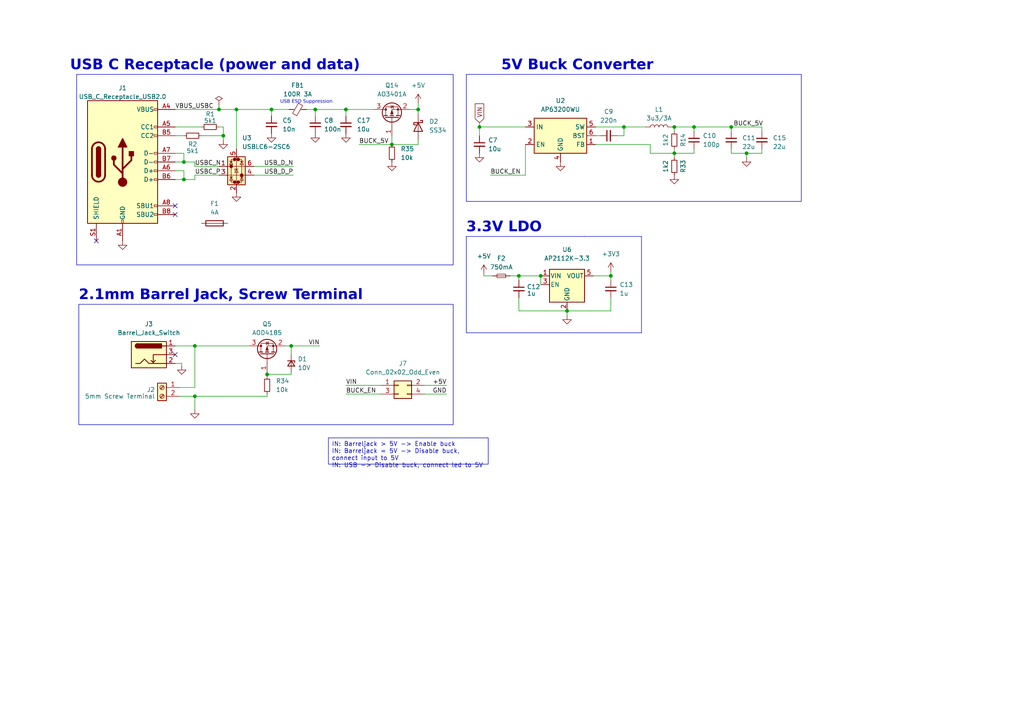
<source format=kicad_sch>
(kicad_sch (version 20231120) (generator "eeschema") (generator_version "8.0")
  (paper "A4")
  (title_block (title "LuminX PWM") (date "2023-11-17") (rev "1.1") (company "Michael Gross") (comment 1 "General purpose PWM LED Driver Board"))
  (lib_symbols
    (symbol "Connector:Screw_Terminal_01x02" (pin_names (offset 1.016) hide)
      (property "Reference" "J" (at 0 2.54 0))
      (property "Value" "Screw_Terminal_01x02" (at 0 -5.08 0))
      (symbol "Screw_Terminal_01x02_1_1"
        (rectangle (start -1.27 1.27) (end 1.27 -3.81) (stroke (width 0.254)) (fill (type background)))
        (circle (center 0 -2.54) (radius 0.635) (stroke (width 0.1524)))
        (polyline (pts (xy -0.5334 -2.2098) (xy 0.3302 -3.048)) (stroke (width 0.1524)))
        (polyline (pts (xy -0.5334 0.3302) (xy 0.3302 -0.508)) (stroke (width 0.1524)))
        (polyline (pts (xy -0.3556 -2.032) (xy 0.508 -2.8702)) (stroke (width 0.1524)))
        (polyline (pts (xy -0.3556 0.508) (xy 0.508 -0.3302)) (stroke (width 0.1524)))
        (circle (center 0 0) (radius 0.635) (stroke (width 0.1524)))
        (pin passive line (at -5.08 0 0) (length 3.81) (name "Pin_1") (number "1"))
        (pin passive line (at -5.08 -2.54 0) (length 3.81) (name "Pin_2") (number "2"))
      )
    )
    (symbol "Connector:USB_C_Receptacle_USB2.0" (pin_names (offset 1.016))
      (property "Reference" "J" (at -10.16 19.05 0))
      (property "Value" "USB_C_Receptacle_USB2.0" (at 19.05 19.05 0))
      (symbol "USB_C_Receptacle_USB2.0_0_0"
        (rectangle (start -0.254 -17.78) (end 0.254 -16.764))
        (rectangle (start 10.16 -14.986) (end 9.144 -15.494))
        (rectangle (start 10.16 -12.446) (end 9.144 -12.954))
        (rectangle (start 10.16 -4.826) (end 9.144 -5.334))
        (rectangle (start 10.16 -2.286) (end 9.144 -2.794))
        (rectangle (start 10.16 0.254) (end 9.144 -0.254))
        (rectangle (start 10.16 2.794) (end 9.144 2.286))
        (rectangle (start 10.16 7.874) (end 9.144 7.366))
        (rectangle (start 10.16 10.414) (end 9.144 9.906))
        (rectangle (start 10.16 15.494) (end 9.144 14.986))
      )
      (symbol "USB_C_Receptacle_USB2.0_0_1"
        (rectangle (start -10.16 17.78) (end 10.16 -17.78) (stroke (width 0.254)) (fill (type background)))
        (arc (start -8.89 -3.81) (mid -6.985 -5.7067) (end -5.08 -3.81) (stroke (width 0.508)))
        (arc (start -7.62 -3.81) (mid -6.985 -4.4423) (end -6.35 -3.81) (stroke (width 0.254)))
        (arc (start -7.62 -3.81) (mid -6.985 -4.4423) (end -6.35 -3.81) (stroke (width 0.254)) (fill (type outline)))
        (rectangle (start -7.62 -3.81) (end -6.35 3.81) (stroke (width 0.254)) (fill (type outline)))
        (arc (start -6.35 3.81) (mid -6.985 4.4423) (end -7.62 3.81) (stroke (width 0.254)))
        (arc (start -6.35 3.81) (mid -6.985 4.4423) (end -7.62 3.81) (stroke (width 0.254)) (fill (type outline)))
        (arc (start -5.08 3.81) (mid -6.985 5.7067) (end -8.89 3.81) (stroke (width 0.508)))
        (circle (center -2.54 1.143) (radius 0.635) (stroke (width 0.254)) (fill (type outline)))
        (circle (center 0 -5.842) (radius 1.27) (fill (type outline)))
        (polyline (pts (xy -8.89 -3.81) (xy -8.89 3.81)) (stroke (width 0.508)))
        (polyline (pts (xy -5.08 3.81) (xy -5.08 -3.81)) (stroke (width 0.508)))
        (polyline (pts (xy 0 -5.842) (xy 0 4.318)) (stroke (width 0.508)))
        (polyline (pts (xy 0 -3.302) (xy -2.54 -0.762) (xy -2.54 0.508)) (stroke (width 0.508)))
        (polyline (pts (xy 0 -2.032) (xy 2.54 0.508) (xy 2.54 1.778)) (stroke (width 0.508)))
        (polyline (pts (xy -1.27 4.318) (xy 0 6.858) (xy 1.27 4.318) (xy -1.27 4.318)) (stroke (width 0.254)) (fill (type outline)))
        (rectangle (start 1.905 1.778) (end 3.175 3.048) (stroke (width 0.254)) (fill (type outline)))
      )
      (symbol "USB_C_Receptacle_USB2.0_1_1"
        (pin passive line (at 0 -22.86 90) (length 5.08) (name "GND") (number "A1"))
        (pin passive line (at 0 -22.86 90) (length 5.08) hide (name "GND") (number "A12"))
        (pin passive line (at 15.24 15.24 180) (length 5.08) (name "VBUS") (number "A4"))
        (pin bidirectional line (at 15.24 10.16 180) (length 5.08) (name "CC1") (number "A5"))
        (pin bidirectional line (at 15.24 -2.54 180) (length 5.08) (name "D+") (number "A6"))
        (pin bidirectional line (at 15.24 2.54 180) (length 5.08) (name "D-") (number "A7"))
        (pin bidirectional line (at 15.24 -12.7 180) (length 5.08) (name "SBU1") (number "A8"))
        (pin passive line (at 15.24 15.24 180) (length 5.08) hide (name "VBUS") (number "A9"))
        (pin passive line (at 0 -22.86 90) (length 5.08) hide (name "GND") (number "B1"))
        (pin passive line (at 0 -22.86 90) (length 5.08) hide (name "GND") (number "B12"))
        (pin passive line (at 15.24 15.24 180) (length 5.08) hide (name "VBUS") (number "B4"))
        (pin bidirectional line (at 15.24 7.62 180) (length 5.08) (name "CC2") (number "B5"))
        (pin bidirectional line (at 15.24 -5.08 180) (length 5.08) (name "D+") (number "B6"))
        (pin bidirectional line (at 15.24 0 180) (length 5.08) (name "D-") (number "B7"))
        (pin bidirectional line (at 15.24 -15.24 180) (length 5.08) (name "SBU2") (number "B8"))
        (pin passive line (at 15.24 15.24 180) (length 5.08) hide (name "VBUS") (number "B9"))
        (pin passive line (at -7.62 -22.86 90) (length 5.08) (name "SHIELD") (number "S1"))
      )
    )
    (symbol "Connector_Generic:Conn_02x02_Odd_Even" (pin_names (offset 1.016) hide)
      (property "Reference" "J" (at 1.27 2.54 0))
      (property "Value" "Conn_02x02_Odd_Even" (at 1.27 -5.08 0))
      (symbol "Conn_02x02_Odd_Even_1_1"
        (rectangle (start -1.27 -2.413) (end 0 -2.667) (stroke (width 0.1524)))
        (rectangle (start -1.27 0.127) (end 0 -0.127) (stroke (width 0.1524)))
        (rectangle (start -1.27 1.27) (end 3.81 -3.81) (stroke (width 0.254)) (fill (type background)))
        (rectangle (start 3.81 -2.413) (end 2.54 -2.667) (stroke (width 0.1524)))
        (rectangle (start 3.81 0.127) (end 2.54 -0.127) (stroke (width 0.1524)))
        (pin passive line (at -5.08 0 0) (length 3.81) (name "Pin_1") (number "1"))
        (pin passive line (at 7.62 0 180) (length 3.81) (name "Pin_2") (number "2"))
        (pin passive line (at -5.08 -2.54 0) (length 3.81) (name "Pin_3") (number "3"))
        (pin passive line (at 7.62 -2.54 180) (length 3.81) (name "Pin_4") (number "4"))
      )
    )
    (symbol "Custom:Barrel_Jack_Switch" (pin_names hide)
      (property "Reference" "J" (at 0 5.334 0))
      (property "Value" "Barrel_Jack_Switch" (at 0 -5.08 0))
      (symbol "Barrel_Jack_Switch_0_1"
        (rectangle (start -5.08 3.81) (end 5.08 -3.81) (stroke (width 0.254)) (fill (type background)))
        (arc (start -3.302 3.175) (mid -3.9343 2.54) (end -3.302 1.905) (stroke (width 0.254)))
        (arc (start -3.302 3.175) (mid -3.9343 2.54) (end -3.302 1.905) (stroke (width 0.254)) (fill (type outline)))
        (polyline (pts (xy 1.27 -2.286) (xy 1.905 -1.651)) (stroke (width 0.254)))
        (polyline (pts (xy 5.08 2.54) (xy 3.81 2.54)) (stroke (width 0.254)))
        (polyline (pts (xy 5.08 0) (xy 1.27 0) (xy 1.27 -2.286) (xy 0.635 -1.651)) (stroke (width 0.254)))
        (polyline (pts (xy -3.81 -2.54) (xy -2.54 -2.54) (xy -1.27 -1.27) (xy 0 -2.54) (xy 2.54 -2.54) (xy 5.08 -2.54)) (stroke (width 0.254)))
        (rectangle (start 3.683 3.175) (end -3.302 1.905) (stroke (width 0.254)) (fill (type outline)))
      )
      (symbol "Barrel_Jack_Switch_1_1"
        (pin passive line (at 7.62 2.54 180) (length 2.54) (name "~") (number "1"))
        (pin passive line (at 7.62 -2.54 180) (length 2.54) (name "~") (number "2"))
        (pin passive line (at 7.62 0 180) (length 2.54) (name "~") (number "3"))
      )
    )
    (symbol "Custom:R_0805" (pin_numbers hide) (pin_names (offset 0.254) hide)
      (property "Reference" "R" (at 0.762 0.508 0))
      (property "Value" "R" (at 0.762 -1.016 0))
      (symbol "R_0805_0_1"
        (rectangle (start -0.762 1.778) (end 0.762 -1.778) (stroke (width 0.2032)))
      )
      (symbol "R_0805_1_1"
        (pin passive line (at 0 2.54 270) (length 0.762) (name "~") (number "1"))
        (pin passive line (at 0 -2.54 90) (length 0.762) (name "~") (number "2"))
      )
    )
    (symbol "Device:C_Small" (pin_numbers hide) (pin_names (offset 0.254) hide)
      (property "Reference" "C" (at 0.254 1.778 0))
      (property "Value" "C_Small" (at 0.254 -2.032 0))
      (symbol "C_Small_0_1"
        (polyline (pts (xy -1.524 -0.508) (xy 1.524 -0.508)) (stroke (width 0.3302)))
        (polyline (pts (xy -1.524 0.508) (xy 1.524 0.508)) (stroke (width 0.3048)))
      )
      (symbol "C_Small_1_1"
        (pin passive line (at 0 2.54 270) (length 2.032) (name "~") (number "1"))
        (pin passive line (at 0 -2.54 90) (length 2.032) (name "~") (number "2"))
      )
    )
    (symbol "Device:D_Zener_Small" (pin_numbers hide) (pin_names (offset 0.254) hide)
      (property "Reference" "D" (at 0 2.286 0))
      (property "Value" "D_Zener_Small" (at 0 -2.286 0))
      (symbol "D_Zener_Small_0_1"
        (polyline (pts (xy 0.762 0) (xy -0.762 0)))
        (polyline (pts (xy -0.254 1.016) (xy -0.762 1.016) (xy -0.762 -1.016)) (stroke (width 0.254)))
        (polyline (pts (xy 0.762 1.016) (xy -0.762 0) (xy 0.762 -1.016) (xy 0.762 1.016)) (stroke (width 0.254)))
      )
      (symbol "D_Zener_Small_1_1"
        (pin passive line (at -2.54 0 0) (length 1.778) (name "K") (number "1"))
        (pin passive line (at 2.54 0 180) (length 1.778) (name "A") (number "2"))
      )
    )
    (symbol "Device:FerriteBead_Small" (pin_numbers hide) (pin_names (offset 0))
      (property "Reference" "FB" (at 1.905 1.27 0))
      (property "Value" "FerriteBead_Small" (at 1.905 -1.27 0))
      (symbol "FerriteBead_Small_0_1"
        (polyline (pts (xy 0 -1.27) (xy 0 -0.7874)))
        (polyline (pts (xy 0 0.889) (xy 0 1.2954)))
        (polyline (pts (xy -1.8288 0.2794) (xy -1.1176 1.4986) (xy 1.8288 -0.2032) (xy 1.1176 -1.4224) (xy -1.8288 0.2794)))
      )
      (symbol "FerriteBead_Small_1_1"
        (pin passive line (at 0 2.54 270) (length 1.27) (name "~") (number "1"))
        (pin passive line (at 0 -2.54 90) (length 1.27) (name "~") (number "2"))
      )
    )
    (symbol "Device:Fuse" (pin_numbers hide) (pin_names (offset 0))
      (property "Reference" "F" (at 2.032 0 90))
      (property "Value" "Fuse" (at -1.905 0 90))
      (symbol "Fuse_0_1"
        (rectangle (start -0.762 -2.54) (end 0.762 2.54) (stroke (width 0.254)))
        (polyline (pts (xy 0 2.54) (xy 0 -2.54)))
      )
      (symbol "Fuse_1_1"
        (pin passive line (at 0 3.81 270) (length 1.27) (name "~") (number "1"))
        (pin passive line (at 0 -3.81 90) (length 1.27) (name "~") (number "2"))
      )
    )
    (symbol "Device:Fuse_Small" (pin_numbers hide) (pin_names (offset 0.254) hide)
      (property "Reference" "F" (at 0 -1.524 0))
      (property "Value" "Fuse_Small" (at 0 1.524 0))
      (symbol "Fuse_Small_0_1"
        (rectangle (start -1.27 0.508) (end 1.27 -0.508))
        (polyline (pts (xy -1.27 0) (xy 1.27 0)))
      )
      (symbol "Fuse_Small_1_1"
        (pin passive line (at -2.54 0 0) (length 1.27) (name "~") (number "1"))
        (pin passive line (at 2.54 0 180) (length 1.27) (name "~") (number "2"))
      )
    )
    (symbol "Device:L" (pin_numbers hide) (pin_names (offset 1.016) hide)
      (property "Reference" "L" (at -1.27 0 90))
      (property "Value" "L" (at 1.905 0 90))
      (symbol "L_0_1"
        (arc (start 0 -2.54) (mid 0.6323 -1.905) (end 0 -1.27))
        (arc (start 0 -1.27) (mid 0.6323 -0.635) (end 0 0))
        (arc (start 0 0) (mid 0.6323 0.635) (end 0 1.27))
        (arc (start 0 1.27) (mid 0.6323 1.905) (end 0 2.54))
      )
      (symbol "L_1_1"
        (pin passive line (at 0 3.81 270) (length 1.27) (name "1") (number "1"))
        (pin passive line (at 0 -3.81 90) (length 1.27) (name "2") (number "2"))
      )
    )
    (symbol "Device:R_Small" (pin_numbers hide) (pin_names (offset 0.254) hide)
      (property "Reference" "R" (at 0.762 0.508 0))
      (property "Value" "R_Small" (at 0.762 -1.016 0))
      (symbol "R_Small_0_1"
        (rectangle (start -0.762 1.778) (end 0.762 -1.778) (stroke (width 0.2032)))
      )
      (symbol "R_Small_1_1"
        (pin passive line (at 0 2.54 270) (length 0.762) (name "~") (number "1"))
        (pin passive line (at 0 -2.54 90) (length 0.762) (name "~") (number "2"))
      )
    )
    (symbol "Diode:SS34" (pin_numbers hide) (pin_names (offset 1.016) hide)
      (property "Reference" "D" (at 0 2.54 0))
      (property "Value" "SS34" (at 0 -2.54 0))
      (symbol "SS34_0_1"
        (polyline (pts (xy 1.27 0) (xy -1.27 0)))
        (polyline (pts (xy 1.27 1.27) (xy 1.27 -1.27) (xy -1.27 0) (xy 1.27 1.27)) (stroke (width 0.254)))
        (polyline (pts (xy -1.905 0.635) (xy -1.905 1.27) (xy -1.27 1.27) (xy -1.27 -1.27) (xy -0.635 -1.27) (xy -0.635 -0.635)) (stroke (width 0.254)))
      )
      (symbol "SS34_1_1"
        (pin passive line (at -3.81 0 0) (length 2.54) (name "K") (number "1"))
        (pin passive line (at 3.81 0 180) (length 2.54) (name "A") (number "2"))
      )
    )
    (symbol "MG_Symbol_Lib:CAP_0603" (pin_numbers hide) (pin_names (offset 0.254) hide)
      (property "Reference" "C" (at 0.254 1.778 0))
      (property "Value" "CAP_Small" (at 0.254 -2.032 0))
      (symbol "CAP_0603_0_1"
        (polyline (pts (xy -1.524 -0.508) (xy 1.524 -0.508)) (stroke (width 0.3302)))
        (polyline (pts (xy -1.524 0.508) (xy 1.524 0.508)) (stroke (width 0.3048)))
      )
      (symbol "CAP_0603_1_1"
        (pin passive line (at 0 2.54 270) (length 2.032) (name "~") (number "1"))
        (pin passive line (at 0 -2.54 90) (length 2.032) (name "~") (number "2"))
      )
    )
    (symbol "MG_Symbol_Lib:CAP_1206" (pin_numbers hide) (pin_names (offset 0.254) hide)
      (property "Reference" "C" (at 0.254 1.778 0))
      (property "Value" "CAP_Small" (at 0.254 -2.032 0))
      (symbol "CAP_1206_0_1"
        (polyline (pts (xy -1.524 -0.508) (xy 1.524 -0.508)) (stroke (width 0.3302)))
        (polyline (pts (xy -1.524 0.508) (xy 1.524 0.508)) (stroke (width 0.3048)))
      )
      (symbol "CAP_1206_1_1"
        (pin passive line (at 0 2.54 270) (length 2.032) (name "~") (number "1"))
        (pin passive line (at 0 -2.54 90) (length 2.032) (name "~") (number "2"))
      )
    )
    (symbol "PCM_4ms_Power-symbol:PWR_FLAG" (power) (pin_numbers hide) (pin_names (offset 0) hide)
      (property "Value" "PWR_FLAG" (at 0 3.81 0))
      (symbol "PWR_FLAG_0_0"
        (pin power_out line (at 0 0 90) (length 0) (name "pwr") (number "1"))
      )
      (symbol "PWR_FLAG_0_1"
        (polyline (pts (xy 0 0) (xy 0 1.27) (xy -1.016 1.905) (xy 0 2.54) (xy 1.016 1.905) (xy 0 1.27)))
      )
    )
    (symbol "Power_Protection:USBLC6-2SC6" (pin_names hide)
      (property "Reference" "U" (at 0.635 5.715 0))
      (property "Value" "USBLC6-2SC6" (at 0.635 3.81 0))
      (symbol "USBLC6-2SC6_0_0"
        (circle (center -1.524 0) (radius 0.0001) (stroke (width 0.508)))
        (circle (center -0.508 -4.572) (radius 0.0001) (stroke (width 0.508)))
        (circle (center -0.508 2.032) (radius 0.0001) (stroke (width 0.508)))
        (circle (center 0.508 -4.572) (radius 0.0001) (stroke (width 0.508)))
        (circle (center 0.508 2.032) (radius 0.0001) (stroke (width 0.508)))
        (circle (center 1.524 -2.54) (radius 0.0001) (stroke (width 0.508)))
      )
      (symbol "USBLC6-2SC6_0_1"
        (polyline (pts (xy -2.54 -2.54) (xy 2.54 -2.54)))
        (polyline (pts (xy -2.54 0) (xy 2.54 0)))
        (polyline (pts (xy -2.032 -3.048) (xy -1.016 -3.048)))
        (polyline (pts (xy -1.016 1.524) (xy -2.032 1.524)))
        (polyline (pts (xy 1.016 -3.048) (xy 2.032 -3.048)))
        (polyline (pts (xy 1.016 1.524) (xy 2.032 1.524)))
        (polyline (pts (xy -0.508 -1.143) (xy -0.508 -0.762) (xy 0.508 -0.762)))
        (polyline (pts (xy -2.032 0.508) (xy -1.016 0.508) (xy -1.524 1.524) (xy -2.032 0.508)))
        (polyline (pts (xy -1.016 -4.064) (xy -2.032 -4.064) (xy -1.524 -3.048) (xy -1.016 -4.064)))
        (polyline (pts (xy 0.508 -1.778) (xy -0.508 -1.778) (xy 0 -0.762) (xy 0.508 -1.778)))
        (polyline (pts (xy 2.032 -4.064) (xy 1.016 -4.064) (xy 1.524 -3.048) (xy 2.032 -4.064)))
        (polyline (pts (xy 2.032 0.508) (xy 1.016 0.508) (xy 1.524 1.524) (xy 2.032 0.508)))
        (polyline (pts (xy 0 2.54) (xy -0.508 2.032) (xy 0.508 2.032) (xy 0 1.524) (xy 0 -4.064) (xy -0.508 -4.572) (xy 0.508 -4.572) (xy 0 -5.08)))
      )
      (symbol "USBLC6-2SC6_1_1"
        (rectangle (start -2.54 2.794) (end 2.54 -5.334) (stroke (width 0.254)) (fill (type background)))
        (polyline (pts (xy -0.508 2.032) (xy -1.524 2.032) (xy -1.524 -4.572) (xy -0.508 -4.572)))
        (polyline (pts (xy 0.508 -4.572) (xy 1.524 -4.572) (xy 1.524 2.032) (xy 0.508 2.032)))
        (pin passive line (at -5.08 0 0) (length 2.54) (name "I/O1") (number "1"))
        (pin passive line (at 0 -7.62 90) (length 2.54) (name "GND") (number "2"))
        (pin passive line (at -5.08 -2.54 0) (length 2.54) (name "I/O2") (number "3"))
        (pin passive line (at 5.08 -2.54 180) (length 2.54) (name "I/O2") (number "4"))
        (pin passive line (at 0 5.08 270) (length 2.54) (name "VBUS") (number "5"))
        (pin passive line (at 5.08 0 180) (length 2.54) (name "I/O1") (number "6"))
      )
    )
    (symbol "Regulator_Linear:AP2112K-3.3" (pin_names (offset 0.254))
      (property "Reference" "U" (at -5.08 5.715 0))
      (property "Value" "AP2112K-3.3" (at 0 5.715 0))
      (symbol "AP2112K-3.3_0_1"
        (rectangle (start -5.08 4.445) (end 5.08 -5.08) (stroke (width 0.254)) (fill (type background)))
      )
      (symbol "AP2112K-3.3_1_1"
        (pin power_in line (at -7.62 2.54 0) (length 2.54) (name "VIN") (number "1"))
        (pin power_in line (at 0 -7.62 90) (length 2.54) (name "GND") (number "2"))
        (pin input line (at -7.62 0 0) (length 2.54) (name "EN") (number "3"))
        (pin no_connect line (at 5.08 0 180) (length 2.54) hide (name "NC") (number "4"))
        (pin power_out line (at 7.62 2.54 180) (length 2.54) (name "VOUT") (number "5"))
      )
    )
    (symbol "Regulator_Switching:AP63200WU"
      (property "Reference" "U" (at -7.62 6.35 0))
      (property "Value" "AP63200WU" (at 2.54 6.35 0))
      (symbol "AP63200WU_0_1"
        (rectangle (start -7.62 5.08) (end 7.62 -5.08) (stroke (width 0.254)) (fill (type background)))
      )
      (symbol "AP63200WU_1_1"
        (pin input line (at 10.16 -2.54 180) (length 2.54) (name "FB") (number "1"))
        (pin input line (at -10.16 -2.54 0) (length 2.54) (name "EN") (number "2"))
        (pin power_in line (at -10.16 2.54 0) (length 2.54) (name "IN") (number "3"))
        (pin power_in line (at 0 -7.62 90) (length 2.54) (name "GND") (number "4"))
        (pin output line (at 10.16 2.54 180) (length 2.54) (name "SW") (number "5"))
        (pin passive line (at 10.16 0 180) (length 2.54) (name "BST") (number "6"))
      )
    )
    (symbol "Transistor_FET:AO3401A" (pin_names hide)
      (property "Reference" "Q" (at 5.08 1.905 0))
      (property "Value" "AO3401A" (at 5.08 0 0))
      (symbol "AO3401A_0_1"
        (polyline (pts (xy 0.254 0) (xy -2.54 0)))
        (polyline (pts (xy 0.254 1.905) (xy 0.254 -1.905)) (stroke (width 0.254)))
        (polyline (pts (xy 0.762 -1.27) (xy 0.762 -2.286)) (stroke (width 0.254)))
        (polyline (pts (xy 0.762 0.508) (xy 0.762 -0.508)) (stroke (width 0.254)))
        (polyline (pts (xy 0.762 2.286) (xy 0.762 1.27)) (stroke (width 0.254)))
        (polyline (pts (xy 2.54 2.54) (xy 2.54 1.778)))
        (polyline (pts (xy 2.54 -2.54) (xy 2.54 0) (xy 0.762 0)))
        (polyline (pts (xy 0.762 1.778) (xy 3.302 1.778) (xy 3.302 -1.778) (xy 0.762 -1.778)))
        (polyline (pts (xy 2.286 0) (xy 1.27 0.381) (xy 1.27 -0.381) (xy 2.286 0)) (fill (type outline)))
        (polyline (pts (xy 2.794 -0.508) (xy 2.921 -0.381) (xy 3.683 -0.381) (xy 3.81 -0.254)))
        (polyline (pts (xy 3.302 -0.381) (xy 2.921 0.254) (xy 3.683 0.254) (xy 3.302 -0.381)))
        (circle (center 1.651 0) (radius 2.794) (stroke (width 0.254)))
        (circle (center 2.54 -1.778) (radius 0.254) (fill (type outline)))
        (circle (center 2.54 1.778) (radius 0.254) (fill (type outline)))
      )
      (symbol "AO3401A_1_1"
        (pin input line (at -5.08 0 0) (length 2.54) (name "G") (number "1"))
        (pin passive line (at 2.54 -5.08 90) (length 2.54) (name "S") (number "2"))
        (pin passive line (at 2.54 5.08 270) (length 2.54) (name "D") (number "3"))
      )
    )
    (symbol "power:+3V3" (power) (pin_names (offset 0))
      (property "Value" "+3V3" (at 0 3.556 0))
      (symbol "+3V3_0_1"
        (polyline (pts (xy -0.762 1.27) (xy 0 2.54)))
        (polyline (pts (xy 0 0) (xy 0 2.54)))
        (polyline (pts (xy 0 2.54) (xy 0.762 1.27)))
      )
      (symbol "+3V3_1_1"
        (pin power_in line (at 0 0 90) (length 0) hide (name "+3V3") (number "1"))
      )
    )
    (symbol "power:+5V" (power) (pin_names (offset 0))
      (property "Value" "+5V" (at 0 3.556 0))
      (symbol "+5V_0_1"
        (polyline (pts (xy -0.762 1.27) (xy 0 2.54)))
        (polyline (pts (xy 0 0) (xy 0 2.54)))
        (polyline (pts (xy 0 2.54) (xy 0.762 1.27)))
      )
      (symbol "+5V_1_1"
        (pin power_in line (at 0 0 90) (length 0) hide (name "+5V") (number "1"))
      )
    )
    (symbol "power:GND" (power) (pin_names (offset 0))
      (property "Value" "GND" (at 0 -3.81 0))
      (symbol "GND_0_1"
        (polyline (pts (xy 0 0) (xy 0 -1.27) (xy 1.27 -1.27) (xy 0 -2.54) (xy -1.27 -1.27) (xy 0 -1.27)))
      )
      (symbol "GND_1_1"
        (pin power_in line (at 0 0 270) (length 0) hide (name "GND") (number "1"))
      )
    )
  )
  (junction (at 100.33 31.75))
  (junction (at 156.845 80.01))
  (junction (at 177.165 80.01))
  (junction (at 216.535 44.45))
  (junction (at 121.285 31.75))
  (junction (at 53.34 46.99))
  (junction (at 164.465 90.17))
  (junction (at 78.74 31.75))
  (junction (at 195.58 44.45))
  (junction (at 77.47 108.585))
  (junction (at 64.77 39.37))
  (junction (at 53.34 52.07))
  (junction (at 139.065 36.83))
  (junction (at 180.975 36.83))
  (junction (at 84.455 100.33))
  (junction (at 56.515 114.935))
  (junction (at 212.09 36.83))
  (junction (at 56.515 100.33))
  (junction (at 63.5 31.75))
  (junction (at 195.58 36.83))
  (junction (at 91.44 31.75))
  (junction (at 150.495 80.01))
  (junction (at 201.295 36.83))
  (junction (at 68.58 31.75))
  (junction (at 113.665 41.91))
  (no_connect (at 50.8 102.87))
  (no_connect (at 27.94 69.85))
  (no_connect (at 50.8 59.69))
  (no_connect (at 50.8 62.23))
  (polyline (pts (xy 135.255 68.58) (xy 169.545 68.58)))
  (wire (pts (xy 150.495 80.01) (xy 147.955 80.01)))
  (wire (pts (xy 195.58 44.45) (xy 195.58 45.72)))
  (wire (pts (xy 139.065 36.83) (xy 152.4 36.83)))
  (wire (pts (xy 104.14 41.91) (xy 113.665 41.91)))
  (wire (pts (xy 88.9 31.75) (xy 91.44 31.75)))
  (wire (pts (xy 188.595 44.45) (xy 195.58 44.45)))
  (wire (pts (xy 56.515 114.935) (xy 77.47 114.935)))
  (wire (pts (xy 142.875 80.01) (xy 140.335 80.01)))
  (wire (pts (xy 84.455 108.585) (xy 77.47 108.585)))
  (polyline (pts (xy 186.055 96.52) (xy 135.255 96.52)))
  (wire (pts (xy 64.77 36.83) (xy 64.77 39.37)))
  (wire (pts (xy 172.72 39.37) (xy 173.99 39.37)))
  (wire (pts (xy 139.065 39.37) (xy 139.065 36.83)))
  (wire (pts (xy 63.5 36.83) (xy 64.77 36.83)))
  (wire (pts (xy 77.47 108.585) (xy 77.47 109.22)))
  (wire (pts (xy 68.58 31.75) (xy 68.58 43.18)))
  (wire (pts (xy 172.72 41.91) (xy 188.595 41.91)))
  (wire (pts (xy 56.515 48.26) (xy 63.5 48.26)))
  (wire (pts (xy 220.98 43.18) (xy 220.98 44.45)))
  (wire (pts (xy 201.295 36.83) (xy 195.58 36.83)))
  (wire (pts (xy 100.33 31.75) (xy 91.44 31.75)))
  (wire (pts (xy 63.5 30.48) (xy 63.5 31.75)))
  (wire (pts (xy 100.33 111.76) (xy 110.49 111.76)))
  (wire (pts (xy 164.465 90.17) (xy 150.495 90.17)))
  (wire (pts (xy 118.745 31.75) (xy 121.285 31.75)))
  (wire (pts (xy 179.07 39.37) (xy 180.975 39.37)))
  (wire (pts (xy 100.33 114.3) (xy 110.49 114.3)))
  (wire (pts (xy 201.295 44.45) (xy 195.58 44.45)))
  (wire (pts (xy 73.66 48.26) (xy 85.09 48.26)))
  (wire (pts (xy 64.77 39.37) (xy 64.77 40.64)))
  (wire (pts (xy 50.8 39.37) (xy 53.34 39.37)))
  (wire (pts (xy 177.165 78.74) (xy 177.165 80.01)))
  (wire (pts (xy 129.54 111.76) (xy 123.19 111.76)))
  (wire (pts (xy 150.495 80.01) (xy 156.845 80.01)))
  (wire (pts (xy 216.535 44.45) (xy 220.98 44.45)))
  (wire (pts (xy 73.66 50.8) (xy 85.09 50.8)))
  (wire (pts (xy 172.72 36.83) (xy 180.975 36.83)))
  (wire (pts (xy 156.845 80.01) (xy 156.845 82.55)))
  (wire (pts (xy 195.58 43.18) (xy 195.58 44.45)))
  (wire (pts (xy 177.165 90.17) (xy 177.165 86.36)))
  (wire (pts (xy 113.665 41.91) (xy 113.665 39.37)))
  (wire (pts (xy 100.33 31.75) (xy 108.585 31.75)))
  (wire (pts (xy 152.4 41.91) (xy 152.4 50.8)))
  (wire (pts (xy 139.065 35.56) (xy 139.065 36.83)))
  (wire (pts (xy 53.34 44.45) (xy 53.34 46.99)))
  (wire (pts (xy 212.09 44.45) (xy 216.535 44.45)))
  (wire (pts (xy 53.34 49.53) (xy 53.34 52.07)))
  (wire (pts (xy 164.465 90.17) (xy 164.465 91.44)))
  (wire (pts (xy 177.165 80.01) (xy 177.165 81.28)))
  (wire (pts (xy 129.54 114.3) (xy 123.19 114.3)))
  (wire (pts (xy 56.515 50.8) (xy 56.515 52.07)))
  (wire (pts (xy 212.09 43.18) (xy 212.09 44.45)))
  (wire (pts (xy 50.8 49.53) (xy 53.34 49.53)))
  (wire (pts (xy 121.285 31.75) (xy 121.285 33.02)))
  (wire (pts (xy 77.47 107.95) (xy 77.47 108.585)))
  (wire (pts (xy 77.47 114.3) (xy 77.47 114.935)))
  (wire (pts (xy 84.455 100.33) (xy 92.71 100.33)))
  (wire (pts (xy 68.58 31.75) (xy 78.74 31.75)))
  (wire (pts (xy 201.295 36.83) (xy 212.09 36.83)))
  (wire (pts (xy 78.74 31.75) (xy 83.82 31.75)))
  (wire (pts (xy 121.285 40.64) (xy 121.285 41.91)))
  (wire (pts (xy 52.07 112.395) (xy 56.515 112.395)))
  (wire (pts (xy 195.58 38.1) (xy 195.58 36.83)))
  (wire (pts (xy 56.515 46.99) (xy 56.515 48.26)))
  (polyline (pts (xy 135.255 96.52) (xy 135.255 68.58)))
  (wire (pts (xy 212.09 36.83) (xy 220.98 36.83)))
  (wire (pts (xy 53.34 52.07) (xy 50.8 52.07)))
  (wire (pts (xy 140.335 80.01) (xy 140.335 79.375)))
  (wire (pts (xy 212.09 36.83) (xy 212.09 38.1)))
  (wire (pts (xy 188.595 41.91) (xy 188.595 44.45)))
  (wire (pts (xy 78.74 33.655) (xy 78.74 31.75)))
  (polyline (pts (xy 169.545 68.58) (xy 186.055 68.58)))
  (wire (pts (xy 164.465 90.17) (xy 177.165 90.17)))
  (wire (pts (xy 220.98 38.1) (xy 220.98 36.83)))
  (wire (pts (xy 56.515 100.33) (xy 72.39 100.33)))
  (wire (pts (xy 50.8 100.33) (xy 56.515 100.33)))
  (wire (pts (xy 84.455 107.95) (xy 84.455 108.585)))
  (wire (pts (xy 56.515 114.935) (xy 56.515 118.745)))
  (wire (pts (xy 50.8 44.45) (xy 53.34 44.45)))
  (wire (pts (xy 56.515 46.99) (xy 53.34 46.99)))
  (wire (pts (xy 180.975 36.83) (xy 187.325 36.83)))
  (wire (pts (xy 84.455 100.33) (xy 84.455 102.87)))
  (wire (pts (xy 68.58 31.75) (xy 63.5 31.75)))
  (wire (pts (xy 180.975 39.37) (xy 180.975 36.83)))
  (wire (pts (xy 56.515 52.07) (xy 53.34 52.07)))
  (wire (pts (xy 150.495 86.36) (xy 150.495 90.17)))
  (wire (pts (xy 82.55 100.33) (xy 84.455 100.33)))
  (wire (pts (xy 50.8 36.83) (xy 58.42 36.83)))
  (wire (pts (xy 201.295 38.1) (xy 201.295 36.83)))
  (wire (pts (xy 53.34 46.99) (xy 50.8 46.99)))
  (wire (pts (xy 50.8 31.75) (xy 63.5 31.75)))
  (wire (pts (xy 58.42 39.37) (xy 64.77 39.37)))
  (wire (pts (xy 91.44 31.75) (xy 91.44 33.655)))
  (wire (pts (xy 150.495 80.01) (xy 150.495 81.28)))
  (wire (pts (xy 172.085 80.01) (xy 177.165 80.01)))
  (polyline (pts (xy 186.055 68.58) (xy 186.055 96.52)))
  (wire (pts (xy 216.535 44.45) (xy 216.535 45.72)))
  (wire (pts (xy 52.705 105.41) (xy 52.705 106.045)))
  (wire (pts (xy 56.515 100.33) (xy 56.515 112.395)))
  (wire (pts (xy 52.705 105.41) (xy 50.8 105.41)))
  (wire (pts (xy 142.24 50.8) (xy 152.4 50.8)))
  (wire (pts (xy 201.295 43.18) (xy 201.295 44.45)))
  (wire (pts (xy 100.33 33.655) (xy 100.33 31.75)))
  (wire (pts (xy 194.945 36.83) (xy 195.58 36.83)))
  (wire (pts (xy 121.285 29.845) (xy 121.285 31.75)))
  (wire (pts (xy 56.515 50.8) (xy 63.5 50.8)))
  (wire (pts (xy 121.285 41.91) (xy 113.665 41.91)))
  (wire (pts (xy 52.07 114.935) (xy 56.515 114.935)))
  (rectangle (start 22.86 88.265) (end 131.445 123.19))
  (rectangle (start 135.255 21.59) (end 232.41 58.42))
  (rectangle (start 22.225 21.59) (end 131.445 76.835))
  (text_box "IN: Barreljack > 5V -> Enable buck\nIN: Barreljack = 5V -> Disable buck, connect input to 5V\nIN: USB -> Disable buck, connect led to 5V" (at 95.25 127 0) (size 46.355 7.62) (effects (font (size 1.27 1.27)) (justify left top)))
  (text "3.3V LDO" (at 135.255 68.58 0) (effects (font (size 3 3) (thickness 0.6) (bold yes)) (justify left bottom)))
  (text "USB ESD Suppression" (at 81.28 30.48 0) (effects (font (size 1 1)) (justify left bottom)))
  (text "5V Buck Converter" (at 145.415 21.59 0) (effects (font (size 3 3) (thickness 0.6) (bold yes)) (justify left bottom)))
  (text "USB C Receptacle (power and data)" (at 20.32 21.59 0) (effects (font (size 3 3) (thickness 0.6) (bold yes)) (justify left bottom)))
  (text "2.1mm Barrel Jack, Screw Terminal" (at 22.86 88.265 0) (effects (font (size 3 3) (thickness 0.6) (bold yes)) (justify left bottom)))
  (label "VIN" (at 100.33 111.76 0))
  (label "BUCK_5V" (at 104.14 41.91 0))
  (label "VBUS_USBC" (at 50.8 31.75 0))
  (label "USB_D_P" (at 85.09 50.8 180) (property "Intersheetrefs" "${INTERSHEET_REFS}" (effects (hide yes))))
  (label "+5V" (at 129.54 111.76 180))
  (label "BUCK_EN" (at 100.33 114.3 0))
  (label "USBC_N" (at 56.515 48.26 0) (property "Intersheetrefs" "${INTERSHEET_REFS}" (effects (hide yes))))
  (label "BUCK_EN" (at 142.24 50.8 0))
  (label "USBC_P" (at 56.515 50.8 0) (property "Intersheetrefs" "${INTERSHEET_REFS}" (effects (hide yes))))
  (label "BUCK_5V" (at 212.725 36.83 0))
  (label "VIN" (at 92.71 100.33 180))
  (label "USB_D_N" (at 85.09 48.26 180) (property "Intersheetrefs" "${INTERSHEET_REFS}" (effects (hide yes))))
  (label "GND" (at 129.54 114.3 180))
  (global_label "VIN" (shape input) (at 139.065 35.56 90) (property "Intersheetrefs" "${INTERSHEET_REFS}" (effects (hide yes))))
  (symbol (lib_id "power:GND") (at 78.74 38.735 0) (unit 1)
    (property "Reference" "#PWR047" (effects (hide yes)))
    (property "Value" "GND" (effects (hide yes)))
    (property "Description" "Power symbol creates a global label with name \"GND\" , ground" (effects (hide yes)))
  )
  (symbol (lib_id "power:GND") (at 91.44 38.735 0) (unit 1)
    (property "Reference" "#PWR048" (effects (hide yes)))
    (property "Value" "GND" (effects (hide yes)))
    (property "Description" "Power symbol creates a global label with name \"GND\" , ground" (effects (hide yes)))
  )
  (symbol (lib_id "power:GND") (at 35.56 69.85 0) (unit 1)
    (property "Reference" "#PWR0101" (effects (hide yes)))
    (property "Value" "GND" (effects (hide yes)))
  )
  (symbol (lib_id "power:+5V") (at 121.285 29.845 0) (unit 1)
    (property "Reference" "#PWR05" (effects (hide yes)))
    (property "Value" "+5V" (at 121.285 24.765 0))
  )
  (symbol (lib_id "Device:Fuse_Small") (at 145.415 80.01 0) (unit 1)
    (property "Reference" "F2" (at 145.415 74.93 0))
    (property "Value" "750mA" (at 145.415 77.47 0))
    (property "Description" "Fuse, small symbol" (effects (hide yes)))
  )
  (symbol (lib_id "Connector_Generic:Conn_02x02_Odd_Even") (at 115.57 111.76 0) (unit 1)
    (property "Reference" "J7" (at 116.84 105.41 0))
    (property "Value" "Conn_02x02_Odd_Even" (at 116.84 107.95 0))
    (property "Description" "Generic connector, double row, 02x02, odd/even pin numbering scheme (row 1 odd numbers, row 2 even numbers), script generated (kicad-library-utils/schlib/autogen/connector/)" (effects (hide yes)))
  )
  (symbol (lib_id "power:GND") (at 195.58 50.8 0) (unit 1)
    (property "Reference" "#PWR045" (effects (hide yes)))
    (property "Value" "GND" (effects (hide yes)))
  )
  (symbol (lib_id "Connector:Screw_Terminal_01x02") (at 46.99 112.395 0) (mirror y) (unit 1)
    (property "Reference" "J2" (at 44.958 113.0213 0) (effects (justify left)))
    (property "Value" "5mm Screw Terminal" (at 44.958 114.9423 0) (effects (justify left)))
    (property "Footprint" "TerminalBlock_Phoenix:TerminalBlock_Phoenix_MKDS-1,5-2_1x02_P5.00mm_Horizontal" (effects (hide yes)))
  )
  (symbol (lib_id "Device:FerriteBead_Small") (at 86.36 31.75 90) (unit 1)
    (property "Reference" "FB1" (at 86.3219 24.765 90))
    (property "Value" "100R 3A" (at 86.3219 27.305 90))
    (property "Footprint" "Inductor_SMD:L_0603_1608Metric" (effects (hide yes)))
    (property "Description" "Ferrite bead, small symbol" (effects (hide yes)))
  )
  (symbol (lib_id "Device:R_Small") (at 55.88 39.37 90) (unit 1)
    (property "Reference" "R2" (at 55.88 41.8291 90))
    (property "Value" "5k1" (at 55.88 43.7501 90))
    (property "Footprint" "Resistor_SMD:R_0603_1608Metric" (effects (hide yes)))
  )
  (symbol (lib_id "Custom:Barrel_Jack_Switch") (at 43.18 102.87 0) (unit 1)
    (property "Reference" "J3" (at 43.18 93.98 0))
    (property "Value" "Barrel_Jack_Switch" (at 43.18 96.52 0))
    (property "Footprint" "Custom:BarrelJack_Horizontal" (effects (hide yes)))
  )
  (symbol (lib_id "Device:C_Small") (at 201.295 40.64 180) (unit 1)
    (property "Reference" "C10" (at 203.835 39.3636 0) (effects (justify right)))
    (property "Value" "100p" (at 203.835 41.9036 0) (effects (justify right)))
    (property "Footprint" "Capacitor_SMD:C_0603_1608Metric" (effects (hide yes)))
  )
  (symbol (lib_id "power:GND") (at 162.56 46.99 0) (unit 1)
    (property "Reference" "#PWR043" (effects (hide yes)))
    (property "Value" "GND" (effects (hide yes)))
  )
  (symbol (lib_id "Device:L") (at 191.135 36.83 90) (unit 1)
    (property "Reference" "L1" (at 191.135 31.75 90))
    (property "Value" "3u3/3A" (at 191.135 34.29 90))
    (property "Footprint" "Inductor_SMD:L_TracoPower_TCK-047_5.2x5.8mm" (effects (hide yes)))
    (property "Part No." "SLH1207S330MTT" (effects (hide yes)))
  )
  (symbol (lib_id "power:GND") (at 64.77 40.64 0) (unit 1)
    (property "Reference" "#PWR0102" (effects (hide yes)))
    (property "Value" "GND" (effects (hide yes)))
  )
  (symbol (lib_id "Regulator_Linear:AP2112K-3.3") (at 164.465 82.55 0) (unit 1)
    (property "Reference" "U6" (at 164.465 72.39 0))
    (property "Value" "AP2112K-3.3" (at 164.465 74.93 0))
    (property "Footprint" "Package_TO_SOT_SMD:SOT-23-5" (effects (hide yes)))
    (property "Datasheet" "https://www.diodes.com/assets/Datasheets/AP2112.pdf" (effects (hide yes)))
  )
  (symbol (lib_id "power:GND") (at 164.465 91.44 0) (unit 1)
    (property "Reference" "#PWR0117" (effects (hide yes)))
    (property "Value" "GND" (effects (hide yes)))
  )
  (symbol (lib_id "Device:C_Small") (at 150.495 83.82 0) (unit 1)
    (property "Reference" "C12" (at 152.8191 83.1826 0) (effects (justify left)))
    (property "Value" "1u" (at 152.8191 85.1036 0) (effects (justify left)))
    (property "Footprint" "Capacitor_SMD:C_0603_1608Metric" (effects (hide yes)))
  )
  (symbol (lib_id "power:GND") (at 52.705 106.045 0) (mirror y) (unit 1)
    (property "Reference" "#PWR01" (effects (hide yes)))
    (property "Value" "GND" (effects (hide yes)))
  )
  (symbol (lib_id "Device:C_Small") (at 176.53 39.37 90) (unit 1)
    (property "Reference" "C9" (at 176.5363 32.385 90))
    (property "Value" "220n" (at 176.5363 34.925 90))
    (property "Footprint" "Capacitor_SMD:C_0603_1608Metric" (effects (hide yes)))
  )
  (symbol (lib_id "Device:Fuse") (at 62.23 64.77 90) (unit 1)
    (property "Reference" "F1" (at 62.23 59.055 90))
    (property "Value" "4A" (at 62.23 61.595 90))
  )
  (symbol (lib_id "Device:R_Small") (at 60.96 36.83 90) (unit 1)
    (property "Reference" "R1" (at 60.96 33.0835 90))
    (property "Value" "5k1" (at 60.96 35.0045 90))
    (property "Footprint" "Resistor_SMD:R_0603_1608Metric" (effects (hide yes)))
  )
  (symbol (lib_id "power:GND") (at 100.33 38.735 0) (unit 1)
    (property "Reference" "#PWR049" (effects (hide yes)))
    (property "Value" "GND" (effects (hide yes)))
    (property "Description" "Power symbol creates a global label with name \"GND\" , ground" (effects (hide yes)))
  )
  (symbol (lib_id "MG_Symbol_Lib:CAP_0603") (at 78.74 36.195 0) (unit 1)
    (property "Reference" "C5" (at 81.915 34.9312 0) (effects (justify left)))
    (property "Value" "10n" (at 81.915 37.4712 0) (effects (justify left)))
    (property "Footprint" "Capacitor_SMD:C_0603_1608Metric" (effects (hide yes)))
    (property "Description" "Unpolarized capacitor, small symbol" (effects (hide yes)))
  )
  (symbol (lib_id "power:GND") (at 139.065 44.45 0) (unit 1)
    (property "Reference" "#PWR041" (effects (hide yes)))
    (property "Value" "GND" (effects (hide yes)))
  )
  (symbol (lib_id "power:GND") (at 56.515 118.745 0) (mirror y) (unit 1)
    (property "Reference" "#PWR0113" (effects (hide yes)))
    (property "Value" "GND" (effects (hide yes)))
  )
  (symbol (lib_id "Device:C_Small") (at 212.09 40.64 0) (unit 1)
    (property "Reference" "C11" (at 215.265 40.0113 0) (effects (justify left)))
    (property "Value" "22u" (at 215.265 42.5513 0) (effects (justify left)))
    (property "Footprint" "Capacitor_SMD:C_1206_3216Metric" (effects (hide yes)))
  )
  (symbol (lib_id "Custom:R_0805") (at 77.47 111.76 0) (unit 1)
    (property "Reference" "R34" (at 80.01 110.4899 0) (effects (justify left)))
    (property "Value" "10k" (at 80.01 113.0299 0) (effects (justify left)))
    (property "Footprint" "Resistor_SMD:R_0805_2012Metric" (effects (hide yes)))
  )
  (symbol (lib_id "power:+3V3") (at 177.165 78.74 0) (unit 1)
    (property "Reference" "#PWR0115" (effects (hide yes)))
    (property "Value" "+3V3" (at 177.165 73.66 0))
  )
  (symbol (lib_id "Device:R_Small") (at 195.58 40.64 180) (unit 1)
    (property "Reference" "R14" (at 198.12 40.64 90))
    (property "Value" "1k2" (at 193.04 40.64 90))
    (property "Footprint" "Resistor_SMD:R_0603_1608Metric" (effects (hide yes)))
  )
  (symbol (lib_id "power:GND") (at 68.58 55.88 0) (unit 1)
    (property "Reference" "#PWR0103" (effects (hide yes)))
    (property "Value" "GND" (effects (hide yes)))
  )
  (symbol (lib_id "Device:D_Zener_Small") (at 84.455 105.41 270) (unit 1)
    (property "Reference" "D1" (at 86.36 104.1399 90) (effects (justify left)))
    (property "Value" "10V" (at 86.36 106.6799 90) (effects (justify left)))
  )
  (symbol (lib_id "Regulator_Switching:AP63200WU") (at 162.56 39.37 0) (unit 1)
    (property "Reference" "U2" (at 162.56 29.21 0))
    (property "Value" "AP63200WU" (at 162.56 31.75 0))
    (property "Footprint" "Package_TO_SOT_SMD:TSOT-23-6" (effects (hide yes)))
    (property "Datasheet" "https://www.diodes.com/assets/Datasheets/AP63200-AP63201-AP63203-AP63205.pdf" (effects (hide yes)))
    (property "Description" "2A, 500kHz Buck DC/DC Converter, adjustable output voltage, TSOT-23-6" (effects (hide yes)))
  )
  (symbol (lib_id "Transistor_FET:AO3401A") (at 77.47 102.87 90) (unit 1)
    (property "Reference" "Q5" (at 77.47 93.98 90))
    (property "Value" "AOD4185" (at 77.47 96.52 90))
    (property "Footprint" "Package_TO_SOT_SMD:TO-252-2" (effects (hide yes)))
    (property "Datasheet" "https://datasheet.lcsc.com/lcsc/1912111437_Alpha---Omega-Semicon-AOD4185_C400894.pdf" (effects (hide yes)))
  )
  (symbol (lib_id "Custom:R_0805") (at 113.665 44.45 0) (unit 1)
    (property "Reference" "R35" (at 116.205 43.1799 0) (effects (justify left)))
    (property "Value" "10k" (at 116.205 45.7199 0) (effects (justify left)))
    (property "Footprint" "Resistor_SMD:R_0805_2012Metric" (effects (hide yes)))
  )
  (symbol (lib_id "MG_Symbol_Lib:CAP_1206") (at 100.33 36.195 0) (unit 1)
    (property "Reference" "C17" (at 103.505 34.9312 0) (effects (justify left)))
    (property "Value" "10u" (at 103.505 37.4712 0) (effects (justify left)))
    (property "Footprint" "Capacitor_SMD:C_1206_3216Metric" (effects (hide yes)))
    (property "Description" "Unpolarized capacitor, small symbol" (effects (hide yes)))
  )
  (symbol (lib_id "power:+5V") (at 140.335 79.375 0) (unit 1)
    (property "Reference" "#PWR0116" (effects (hide yes)))
    (property "Value" "+5V" (at 140.335 74.295 0))
  )
  (symbol (lib_id "Transistor_FET:AO3401A") (at 113.665 34.29 90) (unit 1)
    (property "Reference" "Q14" (at 113.665 24.765 90))
    (property "Value" "AO3401A" (at 113.665 27.305 90))
    (property "Footprint" "Package_TO_SOT_SMD:SOT-23" (effects (hide yes)))
    (property "Datasheet" "http://www.aosmd.com/pdfs/datasheet/AO3401A.pdf" (effects (hide yes)))
  )
  (symbol (lib_id "Device:C_Small") (at 220.98 40.64 0) (unit 1)
    (property "Reference" "C15" (at 224.155 40.0113 0) (effects (justify left)))
    (property "Value" "22u" (at 224.155 42.5513 0) (effects (justify left)))
    (property "Footprint" "Capacitor_SMD:C_1206_3216Metric" (effects (hide yes)))
  )
  (symbol (lib_id "Power_Protection:USBLC6-2SC6") (at 68.58 48.26 0) (unit 1)
    (property "Reference" "U3" (at 70.2311 40.005 0) (effects (justify left)))
    (property "Value" "USBLC6-2SC6" (at 70.2311 42.545 0) (effects (justify left)))
    (property "Footprint" "Package_TO_SOT_SMD:SOT-23-6" (effects (hide yes)))
    (property "Datasheet" "https://www.st.com/resource/en/datasheet/usblc6-2.pdf" (effects (hide yes)))
    (property "Description" "Very low capacitance ESD protection diode, 2 data-line, SOT-23-6" (effects (hide yes)))
  )
  (symbol (lib_id "Connector:USB_C_Receptacle_USB2.0") (at 35.56 46.99 0) (unit 1)
    (property "Reference" "J1" (at 35.56 25.5102 0))
    (property "Value" "USB_C_Receptacle_USB2.0" (at 35.56 28.0471 0))
    (property "Footprint" "Connector_USB:USB_C_Receptacle_HRO_TYPE-C-31-M-12" (effects (hide yes)))
    (property "Datasheet" "https://www.usb.org/sites/default/files/documents/usb_type-c.zip" (effects (hide yes)))
  )
  (symbol (lib_id "PCM_4ms_Power-symbol:PWR_FLAG") (at 63.5 30.48 0) (unit 1)
    (property "Reference" "#FLG01" (effects (hide yes)))
    (property "Value" "PWR_FLAG" (effects (hide yes)))
  )
  (symbol (lib_id "Device:C_Small") (at 177.165 83.82 0) (unit 1)
    (property "Reference" "C13" (at 179.705 82.5562 0) (effects (justify left)))
    (property "Value" "1u" (at 179.705 85.0962 0) (effects (justify left)))
    (property "Footprint" "Capacitor_SMD:C_0603_1608Metric" (effects (hide yes)))
  )
  (symbol (lib_id "MG_Symbol_Lib:CAP_0603") (at 91.44 36.195 0) (unit 1)
    (property "Reference" "C8" (at 93.98 34.9312 0) (effects (justify left)))
    (property "Value" "100n" (at 93.98 37.4712 0) (effects (justify left)))
    (property "Footprint" "Capacitor_SMD:C_0603_1608Metric" (effects (hide yes)))
    (property "Description" "Unpolarized capacitor, small symbol" (effects (hide yes)))
  )
  (symbol (lib_id "power:GND") (at 113.665 46.99 0) (unit 1)
    (property "Reference" "#PWR011" (effects (hide yes)))
    (property "Value" "GND" (effects (hide yes)))
  )
  (symbol (lib_id "Diode:SS34") (at 121.285 36.83 270) (unit 1)
    (property "Reference" "D2" (at 124.46 35.2424 90) (effects (justify left)))
    (property "Value" "SS34" (at 124.46 37.7824 90) (effects (justify left)))
    (property "Footprint" "Diode_SMD:D_SMA" (effects (hide yes)))
    (property "Datasheet" "https://www.vishay.com/docs/88751/ss32.pdf" (effects (hide yes)))
    (property "Description" "40V 3A Schottky Diode, SMA" (effects (hide yes)))
  )
  (symbol (lib_id "power:GND") (at 216.535 45.72 0) (unit 1)
    (property "Reference" "#PWR046" (effects (hide yes)))
    (property "Value" "GND" (effects (hide yes)))
  )
  (symbol (lib_id "Device:C_Small") (at 139.065 41.91 0) (unit 1)
    (property "Reference" "C7" (at 141.605 40.6463 0) (effects (justify left)))
    (property "Value" "10u" (at 141.605 43.1863 0) (effects (justify left)))
    (property "Footprint" "Capacitor_SMD:C_1206_3216Metric" (effects (hide yes)))
  )
  (symbol (lib_id "Device:R_Small") (at 195.58 48.26 180) (unit 1)
    (property "Reference" "R33" (at 198.12 48.26 90))
    (property "Value" "1k2" (at 193.04 48.26 90))
    (property "Footprint" "Resistor_SMD:R_0603_1608Metric" (effects (hide yes)))
  )
)
</source>
